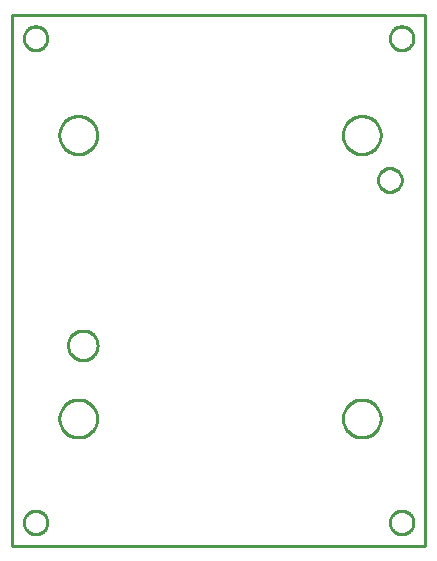
<source format=gbr>
G04 EAGLE Gerber RS-274X export*
G75*
%MOMM*%
%FSLAX34Y34*%
%LPD*%
%IN*%
%IPPOS*%
%AMOC8*
5,1,8,0,0,1.08239X$1,22.5*%
G01*
%ADD10C,0.254000*%


D10*
X0Y0D02*
X350000Y0D01*
X350000Y450000D01*
X0Y450000D01*
X0Y0D01*
X30000Y429563D02*
X29924Y428694D01*
X29772Y427834D01*
X29546Y426990D01*
X29248Y426170D01*
X28879Y425378D01*
X28442Y424622D01*
X27941Y423907D01*
X27380Y423238D01*
X26762Y422620D01*
X26093Y422059D01*
X25378Y421558D01*
X24622Y421121D01*
X23830Y420752D01*
X23010Y420454D01*
X22166Y420228D01*
X21307Y420076D01*
X20437Y420000D01*
X19563Y420000D01*
X18694Y420076D01*
X17834Y420228D01*
X16990Y420454D01*
X16170Y420752D01*
X15378Y421121D01*
X14622Y421558D01*
X13907Y422059D01*
X13238Y422620D01*
X12620Y423238D01*
X12059Y423907D01*
X11558Y424622D01*
X11121Y425378D01*
X10752Y426170D01*
X10454Y426990D01*
X10228Y427834D01*
X10076Y428694D01*
X10000Y429563D01*
X10000Y430437D01*
X10076Y431307D01*
X10228Y432166D01*
X10454Y433010D01*
X10752Y433830D01*
X11121Y434622D01*
X11558Y435378D01*
X12059Y436093D01*
X12620Y436762D01*
X13238Y437380D01*
X13907Y437941D01*
X14622Y438442D01*
X15378Y438879D01*
X16170Y439248D01*
X16990Y439546D01*
X17834Y439772D01*
X18694Y439924D01*
X19563Y440000D01*
X20437Y440000D01*
X21307Y439924D01*
X22166Y439772D01*
X23010Y439546D01*
X23830Y439248D01*
X24622Y438879D01*
X25378Y438442D01*
X26093Y437941D01*
X26762Y437380D01*
X27380Y436762D01*
X27941Y436093D01*
X28442Y435378D01*
X28879Y434622D01*
X29248Y433830D01*
X29546Y433010D01*
X29772Y432166D01*
X29924Y431307D01*
X30000Y430437D01*
X30000Y429563D01*
X30000Y19563D02*
X29924Y18694D01*
X29772Y17834D01*
X29546Y16990D01*
X29248Y16170D01*
X28879Y15378D01*
X28442Y14622D01*
X27941Y13907D01*
X27380Y13238D01*
X26762Y12620D01*
X26093Y12059D01*
X25378Y11558D01*
X24622Y11121D01*
X23830Y10752D01*
X23010Y10454D01*
X22166Y10228D01*
X21307Y10076D01*
X20437Y10000D01*
X19563Y10000D01*
X18694Y10076D01*
X17834Y10228D01*
X16990Y10454D01*
X16170Y10752D01*
X15378Y11121D01*
X14622Y11558D01*
X13907Y12059D01*
X13238Y12620D01*
X12620Y13238D01*
X12059Y13907D01*
X11558Y14622D01*
X11121Y15378D01*
X10752Y16170D01*
X10454Y16990D01*
X10228Y17834D01*
X10076Y18694D01*
X10000Y19563D01*
X10000Y20437D01*
X10076Y21307D01*
X10228Y22166D01*
X10454Y23010D01*
X10752Y23830D01*
X11121Y24622D01*
X11558Y25378D01*
X12059Y26093D01*
X12620Y26762D01*
X13238Y27380D01*
X13907Y27941D01*
X14622Y28442D01*
X15378Y28879D01*
X16170Y29248D01*
X16990Y29546D01*
X17834Y29772D01*
X18694Y29924D01*
X19563Y30000D01*
X20437Y30000D01*
X21307Y29924D01*
X22166Y29772D01*
X23010Y29546D01*
X23830Y29248D01*
X24622Y28879D01*
X25378Y28442D01*
X26093Y27941D01*
X26762Y27380D01*
X27380Y26762D01*
X27941Y26093D01*
X28442Y25378D01*
X28879Y24622D01*
X29248Y23830D01*
X29546Y23010D01*
X29772Y22166D01*
X29924Y21307D01*
X30000Y20437D01*
X30000Y19563D01*
X340000Y19563D02*
X339924Y18694D01*
X339772Y17834D01*
X339546Y16990D01*
X339248Y16170D01*
X338879Y15378D01*
X338442Y14622D01*
X337941Y13907D01*
X337380Y13238D01*
X336762Y12620D01*
X336093Y12059D01*
X335378Y11558D01*
X334622Y11121D01*
X333830Y10752D01*
X333010Y10454D01*
X332166Y10228D01*
X331307Y10076D01*
X330437Y10000D01*
X329563Y10000D01*
X328694Y10076D01*
X327834Y10228D01*
X326990Y10454D01*
X326170Y10752D01*
X325378Y11121D01*
X324622Y11558D01*
X323907Y12059D01*
X323238Y12620D01*
X322620Y13238D01*
X322059Y13907D01*
X321558Y14622D01*
X321121Y15378D01*
X320752Y16170D01*
X320454Y16990D01*
X320228Y17834D01*
X320076Y18694D01*
X320000Y19563D01*
X320000Y20437D01*
X320076Y21307D01*
X320228Y22166D01*
X320454Y23010D01*
X320752Y23830D01*
X321121Y24622D01*
X321558Y25378D01*
X322059Y26093D01*
X322620Y26762D01*
X323238Y27380D01*
X323907Y27941D01*
X324622Y28442D01*
X325378Y28879D01*
X326170Y29248D01*
X326990Y29546D01*
X327834Y29772D01*
X328694Y29924D01*
X329563Y30000D01*
X330437Y30000D01*
X331307Y29924D01*
X332166Y29772D01*
X333010Y29546D01*
X333830Y29248D01*
X334622Y28879D01*
X335378Y28442D01*
X336093Y27941D01*
X336762Y27380D01*
X337380Y26762D01*
X337941Y26093D01*
X338442Y25378D01*
X338879Y24622D01*
X339248Y23830D01*
X339546Y23010D01*
X339772Y22166D01*
X339924Y21307D01*
X340000Y20437D01*
X340000Y19563D01*
X340000Y429563D02*
X339924Y428694D01*
X339772Y427834D01*
X339546Y426990D01*
X339248Y426170D01*
X338879Y425378D01*
X338442Y424622D01*
X337941Y423907D01*
X337380Y423238D01*
X336762Y422620D01*
X336093Y422059D01*
X335378Y421558D01*
X334622Y421121D01*
X333830Y420752D01*
X333010Y420454D01*
X332166Y420228D01*
X331307Y420076D01*
X330437Y420000D01*
X329563Y420000D01*
X328694Y420076D01*
X327834Y420228D01*
X326990Y420454D01*
X326170Y420752D01*
X325378Y421121D01*
X324622Y421558D01*
X323907Y422059D01*
X323238Y422620D01*
X322620Y423238D01*
X322059Y423907D01*
X321558Y424622D01*
X321121Y425378D01*
X320752Y426170D01*
X320454Y426990D01*
X320228Y427834D01*
X320076Y428694D01*
X320000Y429563D01*
X320000Y430437D01*
X320076Y431307D01*
X320228Y432166D01*
X320454Y433010D01*
X320752Y433830D01*
X321121Y434622D01*
X321558Y435378D01*
X322059Y436093D01*
X322620Y436762D01*
X323238Y437380D01*
X323907Y437941D01*
X324622Y438442D01*
X325378Y438879D01*
X326170Y439248D01*
X326990Y439546D01*
X327834Y439772D01*
X328694Y439924D01*
X329563Y440000D01*
X330437Y440000D01*
X331307Y439924D01*
X332166Y439772D01*
X333010Y439546D01*
X333830Y439248D01*
X334622Y438879D01*
X335378Y438442D01*
X336093Y437941D01*
X336762Y437380D01*
X337380Y436762D01*
X337941Y436093D01*
X338442Y435378D01*
X338879Y434622D01*
X339248Y433830D01*
X339546Y433010D01*
X339772Y432166D01*
X339924Y431307D01*
X340000Y430437D01*
X340000Y429563D01*
X72200Y108524D02*
X72132Y109569D01*
X71995Y110608D01*
X71790Y111635D01*
X71519Y112647D01*
X71183Y113639D01*
X70782Y114607D01*
X70318Y115546D01*
X69795Y116454D01*
X69213Y117325D01*
X68575Y118156D01*
X67884Y118943D01*
X67143Y119684D01*
X66356Y120375D01*
X65525Y121013D01*
X64654Y121595D01*
X63746Y122118D01*
X62807Y122582D01*
X61839Y122983D01*
X60847Y123319D01*
X59835Y123590D01*
X58808Y123795D01*
X57769Y123932D01*
X56724Y124000D01*
X55676Y124000D01*
X54631Y123932D01*
X53592Y123795D01*
X52565Y123590D01*
X51553Y123319D01*
X50561Y122983D01*
X49593Y122582D01*
X48654Y122118D01*
X47746Y121595D01*
X46875Y121013D01*
X46044Y120375D01*
X45257Y119684D01*
X44516Y118943D01*
X43825Y118156D01*
X43188Y117325D01*
X42606Y116454D01*
X42082Y115546D01*
X41618Y114607D01*
X41217Y113639D01*
X40881Y112647D01*
X40610Y111635D01*
X40405Y110608D01*
X40269Y109569D01*
X40200Y108524D01*
X40200Y107476D01*
X40269Y106431D01*
X40405Y105392D01*
X40610Y104365D01*
X40881Y103353D01*
X41217Y102361D01*
X41618Y101393D01*
X42082Y100454D01*
X42606Y99546D01*
X43188Y98675D01*
X43825Y97844D01*
X44516Y97057D01*
X45257Y96316D01*
X46044Y95625D01*
X46875Y94988D01*
X47746Y94406D01*
X48654Y93882D01*
X49593Y93418D01*
X50561Y93017D01*
X51553Y92681D01*
X52565Y92410D01*
X53592Y92205D01*
X54631Y92069D01*
X55676Y92000D01*
X56724Y92000D01*
X57769Y92069D01*
X58808Y92205D01*
X59835Y92410D01*
X60847Y92681D01*
X61839Y93017D01*
X62807Y93418D01*
X63746Y93882D01*
X64654Y94406D01*
X65525Y94988D01*
X66356Y95625D01*
X67143Y96316D01*
X67884Y97057D01*
X68575Y97844D01*
X69213Y98675D01*
X69795Y99546D01*
X70318Y100454D01*
X70782Y101393D01*
X71183Y102361D01*
X71519Y103353D01*
X71790Y104365D01*
X71995Y105392D01*
X72132Y106431D01*
X72200Y107476D01*
X72200Y108524D01*
X312200Y108524D02*
X312132Y109569D01*
X311995Y110608D01*
X311790Y111635D01*
X311519Y112647D01*
X311183Y113639D01*
X310782Y114607D01*
X310318Y115546D01*
X309795Y116454D01*
X309213Y117325D01*
X308575Y118156D01*
X307884Y118943D01*
X307143Y119684D01*
X306356Y120375D01*
X305525Y121013D01*
X304654Y121595D01*
X303746Y122118D01*
X302807Y122582D01*
X301839Y122983D01*
X300847Y123319D01*
X299835Y123590D01*
X298808Y123795D01*
X297769Y123932D01*
X296724Y124000D01*
X295676Y124000D01*
X294631Y123932D01*
X293592Y123795D01*
X292565Y123590D01*
X291553Y123319D01*
X290561Y122983D01*
X289593Y122582D01*
X288654Y122118D01*
X287746Y121595D01*
X286875Y121013D01*
X286044Y120375D01*
X285257Y119684D01*
X284516Y118943D01*
X283825Y118156D01*
X283188Y117325D01*
X282606Y116454D01*
X282082Y115546D01*
X281618Y114607D01*
X281217Y113639D01*
X280881Y112647D01*
X280610Y111635D01*
X280405Y110608D01*
X280269Y109569D01*
X280200Y108524D01*
X280200Y107476D01*
X280269Y106431D01*
X280405Y105392D01*
X280610Y104365D01*
X280881Y103353D01*
X281217Y102361D01*
X281618Y101393D01*
X282082Y100454D01*
X282606Y99546D01*
X283188Y98675D01*
X283825Y97844D01*
X284516Y97057D01*
X285257Y96316D01*
X286044Y95625D01*
X286875Y94988D01*
X287746Y94406D01*
X288654Y93882D01*
X289593Y93418D01*
X290561Y93017D01*
X291553Y92681D01*
X292565Y92410D01*
X293592Y92205D01*
X294631Y92069D01*
X295676Y92000D01*
X296724Y92000D01*
X297769Y92069D01*
X298808Y92205D01*
X299835Y92410D01*
X300847Y92681D01*
X301839Y93017D01*
X302807Y93418D01*
X303746Y93882D01*
X304654Y94406D01*
X305525Y94988D01*
X306356Y95625D01*
X307143Y96316D01*
X307884Y97057D01*
X308575Y97844D01*
X309213Y98675D01*
X309795Y99546D01*
X310318Y100454D01*
X310782Y101393D01*
X311183Y102361D01*
X311519Y103353D01*
X311790Y104365D01*
X311995Y105392D01*
X312132Y106431D01*
X312200Y107476D01*
X312200Y108524D01*
X312200Y348524D02*
X312132Y349569D01*
X311995Y350608D01*
X311790Y351635D01*
X311519Y352647D01*
X311183Y353639D01*
X310782Y354607D01*
X310318Y355546D01*
X309795Y356454D01*
X309213Y357325D01*
X308575Y358156D01*
X307884Y358943D01*
X307143Y359684D01*
X306356Y360375D01*
X305525Y361013D01*
X304654Y361595D01*
X303746Y362118D01*
X302807Y362582D01*
X301839Y362983D01*
X300847Y363319D01*
X299835Y363590D01*
X298808Y363795D01*
X297769Y363932D01*
X296724Y364000D01*
X295676Y364000D01*
X294631Y363932D01*
X293592Y363795D01*
X292565Y363590D01*
X291553Y363319D01*
X290561Y362983D01*
X289593Y362582D01*
X288654Y362118D01*
X287746Y361595D01*
X286875Y361013D01*
X286044Y360375D01*
X285257Y359684D01*
X284516Y358943D01*
X283825Y358156D01*
X283188Y357325D01*
X282606Y356454D01*
X282082Y355546D01*
X281618Y354607D01*
X281217Y353639D01*
X280881Y352647D01*
X280610Y351635D01*
X280405Y350608D01*
X280269Y349569D01*
X280200Y348524D01*
X280200Y347476D01*
X280269Y346431D01*
X280405Y345392D01*
X280610Y344365D01*
X280881Y343353D01*
X281217Y342361D01*
X281618Y341393D01*
X282082Y340454D01*
X282606Y339546D01*
X283188Y338675D01*
X283825Y337844D01*
X284516Y337057D01*
X285257Y336316D01*
X286044Y335625D01*
X286875Y334988D01*
X287746Y334406D01*
X288654Y333882D01*
X289593Y333418D01*
X290561Y333017D01*
X291553Y332681D01*
X292565Y332410D01*
X293592Y332205D01*
X294631Y332069D01*
X295676Y332000D01*
X296724Y332000D01*
X297769Y332069D01*
X298808Y332205D01*
X299835Y332410D01*
X300847Y332681D01*
X301839Y333017D01*
X302807Y333418D01*
X303746Y333882D01*
X304654Y334406D01*
X305525Y334988D01*
X306356Y335625D01*
X307143Y336316D01*
X307884Y337057D01*
X308575Y337844D01*
X309213Y338675D01*
X309795Y339546D01*
X310318Y340454D01*
X310782Y341393D01*
X311183Y342361D01*
X311519Y343353D01*
X311790Y344365D01*
X311995Y345392D01*
X312132Y346431D01*
X312200Y347476D01*
X312200Y348524D01*
X72200Y348524D02*
X72132Y349569D01*
X71995Y350608D01*
X71790Y351635D01*
X71519Y352647D01*
X71183Y353639D01*
X70782Y354607D01*
X70318Y355546D01*
X69795Y356454D01*
X69213Y357325D01*
X68575Y358156D01*
X67884Y358943D01*
X67143Y359684D01*
X66356Y360375D01*
X65525Y361013D01*
X64654Y361595D01*
X63746Y362118D01*
X62807Y362582D01*
X61839Y362983D01*
X60847Y363319D01*
X59835Y363590D01*
X58808Y363795D01*
X57769Y363932D01*
X56724Y364000D01*
X55676Y364000D01*
X54631Y363932D01*
X53592Y363795D01*
X52565Y363590D01*
X51553Y363319D01*
X50561Y362983D01*
X49593Y362582D01*
X48654Y362118D01*
X47746Y361595D01*
X46875Y361013D01*
X46044Y360375D01*
X45257Y359684D01*
X44516Y358943D01*
X43825Y358156D01*
X43188Y357325D01*
X42606Y356454D01*
X42082Y355546D01*
X41618Y354607D01*
X41217Y353639D01*
X40881Y352647D01*
X40610Y351635D01*
X40405Y350608D01*
X40269Y349569D01*
X40200Y348524D01*
X40200Y347476D01*
X40269Y346431D01*
X40405Y345392D01*
X40610Y344365D01*
X40881Y343353D01*
X41217Y342361D01*
X41618Y341393D01*
X42082Y340454D01*
X42606Y339546D01*
X43188Y338675D01*
X43825Y337844D01*
X44516Y337057D01*
X45257Y336316D01*
X46044Y335625D01*
X46875Y334988D01*
X47746Y334406D01*
X48654Y333882D01*
X49593Y333418D01*
X50561Y333017D01*
X51553Y332681D01*
X52565Y332410D01*
X53592Y332205D01*
X54631Y332069D01*
X55676Y332000D01*
X56724Y332000D01*
X57769Y332069D01*
X58808Y332205D01*
X59835Y332410D01*
X60847Y332681D01*
X61839Y333017D01*
X62807Y333418D01*
X63746Y333882D01*
X64654Y334406D01*
X65525Y334988D01*
X66356Y335625D01*
X67143Y336316D01*
X67884Y337057D01*
X68575Y337844D01*
X69213Y338675D01*
X69795Y339546D01*
X70318Y340454D01*
X70782Y341393D01*
X71183Y342361D01*
X71519Y343353D01*
X71790Y344365D01*
X71995Y345392D01*
X72132Y346431D01*
X72200Y347476D01*
X72200Y348524D01*
X59509Y157500D02*
X58530Y157577D01*
X57560Y157731D01*
X56604Y157960D01*
X55670Y158264D01*
X54763Y158639D01*
X53888Y159085D01*
X53050Y159599D01*
X52255Y160176D01*
X51508Y160814D01*
X50814Y161508D01*
X50176Y162255D01*
X49599Y163050D01*
X49085Y163888D01*
X48639Y164763D01*
X48264Y165670D01*
X47960Y166604D01*
X47731Y167560D01*
X47577Y168530D01*
X47500Y169509D01*
X47500Y170491D01*
X47577Y171470D01*
X47731Y172441D01*
X47960Y173396D01*
X48264Y174330D01*
X48639Y175237D01*
X49085Y176112D01*
X49599Y176950D01*
X50176Y177745D01*
X50814Y178492D01*
X51508Y179186D01*
X52255Y179824D01*
X53050Y180401D01*
X53888Y180915D01*
X54763Y181361D01*
X55670Y181736D01*
X56604Y182040D01*
X57560Y182269D01*
X58530Y182423D01*
X59509Y182500D01*
X60491Y182500D01*
X61470Y182423D01*
X62441Y182269D01*
X63396Y182040D01*
X64330Y181736D01*
X65237Y181361D01*
X66112Y180915D01*
X66950Y180401D01*
X67745Y179824D01*
X68492Y179186D01*
X69186Y178492D01*
X69824Y177745D01*
X70401Y176950D01*
X70915Y176112D01*
X71361Y175237D01*
X71736Y174330D01*
X72040Y173396D01*
X72269Y172441D01*
X72423Y171470D01*
X72500Y170491D01*
X72500Y169509D01*
X72423Y168530D01*
X72269Y167560D01*
X72040Y166604D01*
X71736Y165670D01*
X71361Y164763D01*
X70915Y163888D01*
X70401Y163050D01*
X69824Y162255D01*
X69186Y161508D01*
X68492Y160814D01*
X67745Y160176D01*
X66950Y159599D01*
X66112Y159085D01*
X65237Y158639D01*
X64330Y158264D01*
X63396Y157960D01*
X62441Y157731D01*
X61470Y157577D01*
X60491Y157500D01*
X59509Y157500D01*
X319563Y300000D02*
X318694Y300076D01*
X317834Y300228D01*
X316990Y300454D01*
X316170Y300752D01*
X315378Y301121D01*
X314622Y301558D01*
X313907Y302059D01*
X313238Y302620D01*
X312620Y303238D01*
X312059Y303907D01*
X311558Y304622D01*
X311121Y305378D01*
X310752Y306170D01*
X310454Y306990D01*
X310228Y307834D01*
X310076Y308694D01*
X310000Y309563D01*
X310000Y310437D01*
X310076Y311307D01*
X310228Y312166D01*
X310454Y313010D01*
X310752Y313830D01*
X311121Y314622D01*
X311558Y315378D01*
X312059Y316093D01*
X312620Y316762D01*
X313238Y317380D01*
X313907Y317941D01*
X314622Y318442D01*
X315378Y318879D01*
X316170Y319248D01*
X316990Y319546D01*
X317834Y319772D01*
X318694Y319924D01*
X319563Y320000D01*
X320437Y320000D01*
X321307Y319924D01*
X322166Y319772D01*
X323010Y319546D01*
X323830Y319248D01*
X324622Y318879D01*
X325378Y318442D01*
X326093Y317941D01*
X326762Y317380D01*
X327380Y316762D01*
X327941Y316093D01*
X328442Y315378D01*
X328879Y314622D01*
X329248Y313830D01*
X329546Y313010D01*
X329772Y312166D01*
X329924Y311307D01*
X330000Y310437D01*
X330000Y309563D01*
X329924Y308694D01*
X329772Y307834D01*
X329546Y306990D01*
X329248Y306170D01*
X328879Y305378D01*
X328442Y304622D01*
X327941Y303907D01*
X327380Y303238D01*
X326762Y302620D01*
X326093Y302059D01*
X325378Y301558D01*
X324622Y301121D01*
X323830Y300752D01*
X323010Y300454D01*
X322166Y300228D01*
X321307Y300076D01*
X320437Y300000D01*
X319563Y300000D01*
M02*

</source>
